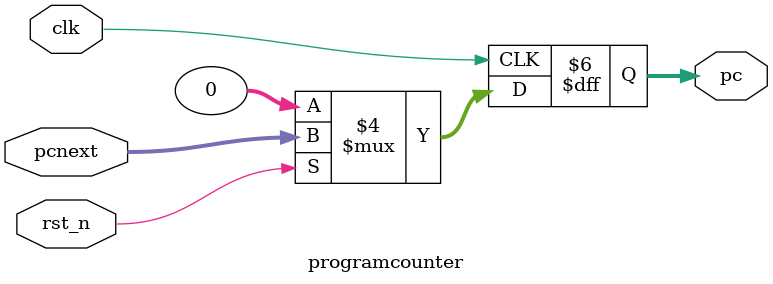
<source format=v>
module programcounter (pc,pcnext,rst_n,clk);

input [31:0] pcnext; // The next PC value ( pc + 4 )
input rst_n,clk; // rst_n - signal resets when it’s 0

output reg [31:0] pc;

 always @(posedge clk) //PC updates on the rising edge of clock 

    begin
        if(!rst_n) //if signal is 0
            pc <= {32{1'b0}};
        else // signal is 1
            pc <= pcnext; 
    end

// At clk 0 and rst 0 it shows pcnext to be x
// At clk 1 and rst 0 it shows pcnext to be 0 this is common for sync sys
// To avoid this set reset to low long enough to cover one rising edge

endmodule
</source>
